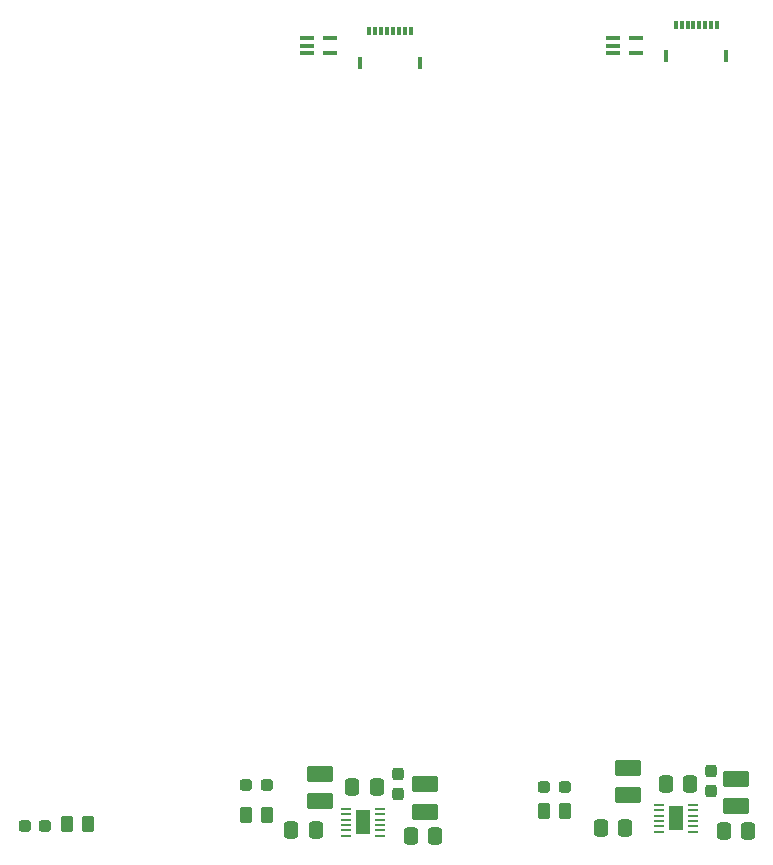
<source format=gbr>
%TF.GenerationSoftware,KiCad,Pcbnew,(7.0.0)*%
%TF.CreationDate,2024-03-13T17:03:37-07:00*%
%TF.ProjectId,2P_miniscope_interconnect_board_v3,32505f6d-696e-4697-9363-6f70655f696e,rev?*%
%TF.SameCoordinates,Original*%
%TF.FileFunction,Paste,Top*%
%TF.FilePolarity,Positive*%
%FSLAX46Y46*%
G04 Gerber Fmt 4.6, Leading zero omitted, Abs format (unit mm)*
G04 Created by KiCad (PCBNEW (7.0.0)) date 2024-03-13 17:03:37*
%MOMM*%
%LPD*%
G01*
G04 APERTURE LIST*
G04 Aperture macros list*
%AMRoundRect*
0 Rectangle with rounded corners*
0 $1 Rounding radius*
0 $2 $3 $4 $5 $6 $7 $8 $9 X,Y pos of 4 corners*
0 Add a 4 corners polygon primitive as box body*
4,1,4,$2,$3,$4,$5,$6,$7,$8,$9,$2,$3,0*
0 Add four circle primitives for the rounded corners*
1,1,$1+$1,$2,$3*
1,1,$1+$1,$4,$5*
1,1,$1+$1,$6,$7*
1,1,$1+$1,$8,$9*
0 Add four rect primitives between the rounded corners*
20,1,$1+$1,$2,$3,$4,$5,0*
20,1,$1+$1,$4,$5,$6,$7,0*
20,1,$1+$1,$6,$7,$8,$9,0*
20,1,$1+$1,$8,$9,$2,$3,0*%
G04 Aperture macros list end*
%ADD10RoundRect,0.237500X0.287500X0.237500X-0.287500X0.237500X-0.287500X-0.237500X0.287500X-0.237500X0*%
%ADD11RoundRect,0.250000X-0.262500X-0.450000X0.262500X-0.450000X0.262500X0.450000X-0.262500X0.450000X0*%
%ADD12R,1.200000X0.400000*%
%ADD13R,0.300000X0.700000*%
%ADD14R,0.300000X1.000000*%
%ADD15RoundRect,0.250000X-0.337500X-0.475000X0.337500X-0.475000X0.337500X0.475000X-0.337500X0.475000X0*%
%ADD16RoundRect,0.237500X-0.237500X0.300000X-0.237500X-0.300000X0.237500X-0.300000X0.237500X0.300000X0*%
%ADD17RoundRect,0.250000X0.337500X0.475000X-0.337500X0.475000X-0.337500X-0.475000X0.337500X-0.475000X0*%
%ADD18R,0.850000X0.250000*%
%ADD19R,1.310000X2.120000*%
%ADD20RoundRect,0.250001X-0.849999X0.462499X-0.849999X-0.462499X0.849999X-0.462499X0.849999X0.462499X0*%
%ADD21RoundRect,0.250001X0.849999X-0.462499X0.849999X0.462499X-0.849999X0.462499X-0.849999X-0.462499X0*%
%ADD22RoundRect,0.250000X0.262500X0.450000X-0.262500X0.450000X-0.262500X-0.450000X0.262500X-0.450000X0*%
G04 APERTURE END LIST*
D10*
%TO.C,D2*%
X87406071Y-150025345D03*
X85656071Y-150025345D03*
%TD*%
D11*
%TO.C,R1*%
X89212071Y-149898345D03*
X91037071Y-149898345D03*
%TD*%
D12*
%TO.C,IC3*%
X135499999Y-83349999D03*
X135499999Y-83999999D03*
X135499999Y-84649999D03*
X137399999Y-84649999D03*
X137399999Y-83349999D03*
%TD*%
%TO.C,IC4*%
X109589999Y-83349999D03*
X109589999Y-83999999D03*
X109589999Y-84649999D03*
X111489999Y-84649999D03*
X111489999Y-83349999D03*
%TD*%
D13*
%TO.C,J13*%
X140779999Y-82249999D03*
X141279999Y-82249999D03*
X141779999Y-82249999D03*
X142279999Y-82249999D03*
X142779999Y-82249999D03*
X143279999Y-82249999D03*
X143779999Y-82249999D03*
X144279999Y-82249999D03*
D14*
X139989999Y-84899999D03*
X145069999Y-84899999D03*
%TD*%
D13*
%TO.C,J14*%
X114839999Y-82789999D03*
X115339999Y-82789999D03*
X115839999Y-82789999D03*
X116339999Y-82789999D03*
X116839999Y-82789999D03*
X117339999Y-82789999D03*
X117839999Y-82789999D03*
X118339999Y-82789999D03*
D14*
X114049999Y-85439999D03*
X119129999Y-85439999D03*
%TD*%
D15*
%TO.C,C1*%
X139922500Y-146530000D03*
X141997500Y-146530000D03*
%TD*%
D16*
%TO.C,C2*%
X117270000Y-145637500D03*
X117270000Y-147362500D03*
%TD*%
D15*
%TO.C,C3*%
X113402500Y-146750000D03*
X115477500Y-146750000D03*
%TD*%
D16*
%TO.C,C4*%
X143740000Y-145397500D03*
X143740000Y-147122500D03*
%TD*%
D17*
%TO.C,C5*%
X110317500Y-150410000D03*
X108242500Y-150410000D03*
%TD*%
D15*
%TO.C,C6*%
X118342500Y-150900000D03*
X120417500Y-150900000D03*
%TD*%
D17*
%TO.C,C7*%
X136497500Y-150270000D03*
X134422500Y-150270000D03*
%TD*%
D15*
%TO.C,C8*%
X144842500Y-150520000D03*
X146917500Y-150520000D03*
%TD*%
D18*
%TO.C,IC1*%
X112849999Y-148634999D03*
X112849999Y-149084999D03*
X112849999Y-149534999D03*
X112849999Y-149984999D03*
X112849999Y-150434999D03*
X112849999Y-150884999D03*
X115749999Y-150884999D03*
X115749999Y-150434999D03*
X115749999Y-149984999D03*
X115749999Y-149534999D03*
X115749999Y-149084999D03*
X115749999Y-148634999D03*
D19*
X114299999Y-149759999D03*
%TD*%
D18*
%TO.C,IC2*%
X139359999Y-148294999D03*
X139359999Y-148744999D03*
X139359999Y-149194999D03*
X139359999Y-149644999D03*
X139359999Y-150094999D03*
X139359999Y-150544999D03*
X142259999Y-150544999D03*
X142259999Y-150094999D03*
X142259999Y-149644999D03*
X142259999Y-149194999D03*
X142259999Y-148744999D03*
X142259999Y-148294999D03*
D19*
X140809999Y-149419999D03*
%TD*%
D20*
%TO.C,L1*%
X110630000Y-145627500D03*
X110630000Y-147952500D03*
%TD*%
%TO.C,L2*%
X136710000Y-145145000D03*
X136710000Y-147470000D03*
%TD*%
D21*
%TO.C,L3*%
X119540000Y-148852500D03*
X119540000Y-146527500D03*
%TD*%
%TO.C,L4*%
X145910000Y-148402500D03*
X145910000Y-146077500D03*
%TD*%
D10*
%TO.C,D1*%
X106175000Y-146570000D03*
X104425000Y-146570000D03*
%TD*%
%TO.C,D3*%
X131395000Y-146800000D03*
X129645000Y-146800000D03*
%TD*%
D22*
%TO.C,R2*%
X106195000Y-149120000D03*
X104370000Y-149120000D03*
%TD*%
%TO.C,R3*%
X131450000Y-148830000D03*
X129625000Y-148830000D03*
%TD*%
M02*

</source>
